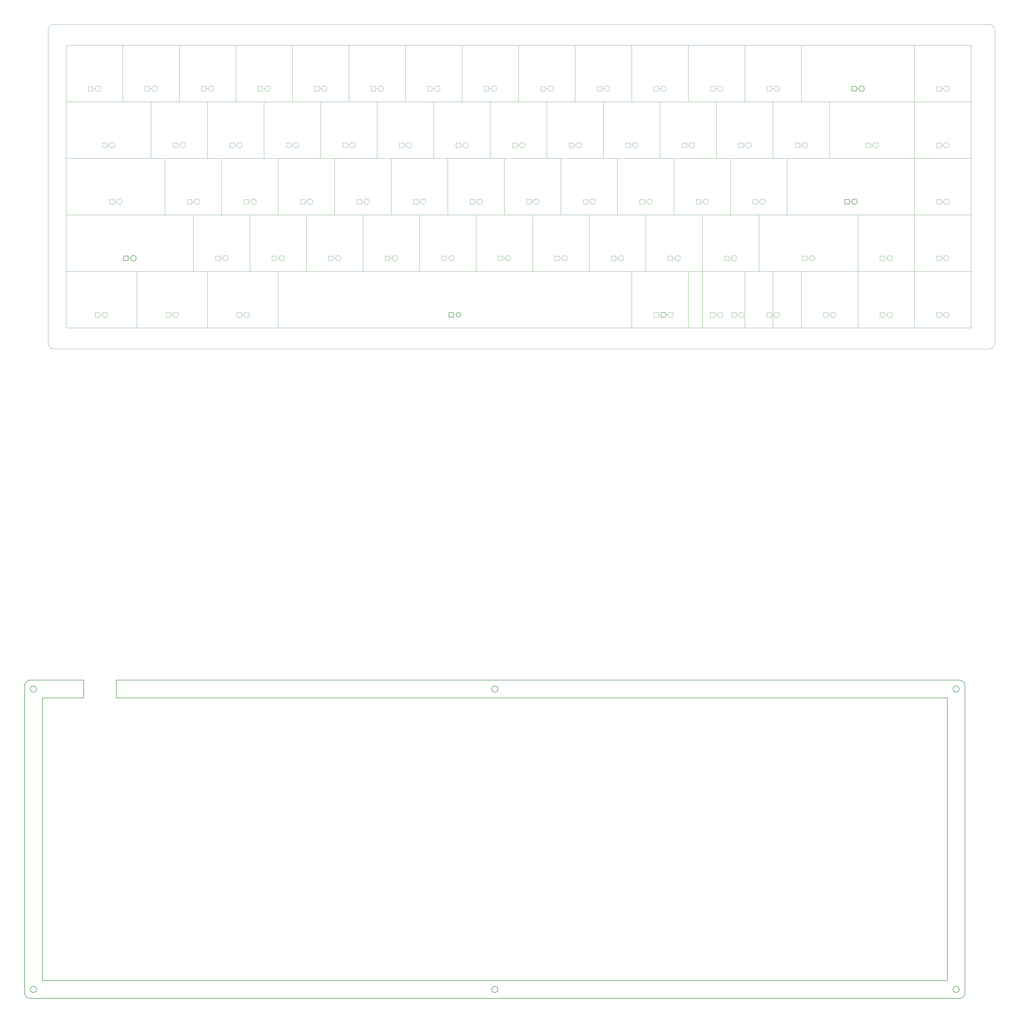
<source format=gbr>
G04 #@! TF.GenerationSoftware,KiCad,Pcbnew,(5.1.5)-3*
G04 #@! TF.CreationDate,2020-04-14T21:23:01-05:00*
G04 #@! TF.ProjectId,Without Led and Usb-c,57697468-6f75-4742-904c-656420616e64,rev?*
G04 #@! TF.SameCoordinates,Original*
G04 #@! TF.FileFunction,OtherDrawing,Comment*
%FSLAX46Y46*%
G04 Gerber Fmt 4.6, Leading zero omitted, Abs format (unit mm)*
G04 Created by KiCad (PCBNEW (5.1.5)-3) date 2020-04-14 21:23:01*
%MOMM*%
%LPD*%
G04 APERTURE LIST*
%ADD10C,0.200000*%
%ADD11C,0.050000*%
%ADD12C,0.100000*%
%ADD13C,0.050800*%
%ADD14C,0.127000*%
G04 APERTURE END LIST*
D10*
X318555500Y-262115000D02*
X318611500Y-262261000D01*
X317474500Y-261033000D02*
X317615500Y-261098000D01*
X317326500Y-260978000D02*
X317474500Y-261033000D01*
X7907550Y-266880000D02*
X7907550Y-362129830D01*
X32807300Y-266880000D02*
X32807300Y-260880000D01*
X312708500Y-266880000D02*
X32807300Y-266880000D01*
X318491500Y-261973000D02*
X318555500Y-262115000D01*
X318413500Y-261835000D02*
X318491500Y-261973000D01*
X318327500Y-261704000D02*
X318413500Y-261835000D01*
X21807800Y-266880000D02*
X7907550Y-266880000D01*
X318123500Y-261466000D02*
X318229500Y-261581000D01*
X318007500Y-261359000D02*
X318123500Y-261466000D01*
X317883500Y-261262000D02*
X318007500Y-261359000D01*
X32807300Y-260880000D02*
X316709500Y-260880000D01*
X317020500Y-260905000D02*
X317175500Y-260935000D01*
X317615500Y-261098000D02*
X317752500Y-261175000D01*
X317175500Y-260935000D02*
X317326500Y-260978000D01*
X316865500Y-260887000D02*
X317020500Y-260905000D01*
X316709500Y-260880000D02*
X316865500Y-260887000D01*
X312708500Y-362129830D02*
X312708500Y-266880000D01*
X7907550Y-362129830D02*
X312708500Y-362129830D01*
X318229500Y-261581000D02*
X318327500Y-261704000D01*
X317752500Y-261175000D02*
X317883500Y-261262000D01*
X5231410Y-364132120D02*
X4907570Y-364081150D01*
X3908500Y-365455050D02*
X4057320Y-365748570D01*
X5756450Y-365748570D02*
X5906659Y-365455050D01*
X3908500Y-263555000D02*
X3857510Y-263880000D01*
X4057320Y-263262000D02*
X3908500Y-263555000D01*
X316557500Y-365748570D02*
X316706500Y-365455050D01*
X4290210Y-263030000D02*
X4057320Y-263262000D01*
X314858500Y-364513860D02*
X314709500Y-364806000D01*
X316326500Y-364280960D02*
X316032500Y-364132120D01*
X315091500Y-364280960D02*
X314858500Y-364513860D01*
X159691500Y-365980080D02*
X159983500Y-366128910D01*
X4582360Y-262881000D02*
X4290210Y-263030000D01*
X160631500Y-366128910D02*
X160924500Y-365980080D01*
X316759500Y-365131210D02*
X316706500Y-364806000D01*
X314709500Y-365455050D02*
X314858500Y-365748570D01*
X4907570Y-366181270D02*
X5231410Y-366128910D01*
X159308500Y-364806000D02*
X159257500Y-365131210D01*
X159983500Y-366128910D02*
X160307500Y-366181270D01*
X159983500Y-364132120D02*
X159691500Y-364280960D01*
X159257500Y-365131210D02*
X159308500Y-365455050D01*
X4057320Y-365748570D02*
X4290210Y-365980080D01*
X159691500Y-364280960D02*
X159458500Y-364513860D01*
X315708500Y-364081150D02*
X315383500Y-364132120D01*
X316032500Y-364132120D02*
X315708500Y-364081150D01*
X316557500Y-364513860D02*
X316326500Y-364280960D01*
X160631500Y-364132120D02*
X160307500Y-364081150D01*
X159308500Y-365455050D02*
X159458500Y-365748570D01*
X316326500Y-365980080D02*
X316557500Y-365748570D01*
X315708500Y-366181270D02*
X316032500Y-366128910D01*
X314709500Y-364806000D02*
X314659500Y-365131210D01*
X5906659Y-365455050D02*
X5957639Y-365131210D01*
X4290210Y-365980080D02*
X4582360Y-366128910D01*
X4582360Y-366128910D02*
X4907570Y-366181270D01*
X161306500Y-364806000D02*
X161156500Y-364513860D01*
X160307500Y-366181270D02*
X160631500Y-366128910D01*
X5524920Y-364280960D02*
X5231410Y-364132120D01*
X5756450Y-364513860D02*
X5524920Y-364280960D01*
X316706500Y-365455050D02*
X316759500Y-365131210D01*
X315383500Y-366128910D02*
X315708500Y-366181270D01*
X315383500Y-364132120D02*
X315091500Y-364280960D01*
X5524920Y-365980080D02*
X5756450Y-365748570D01*
X161357500Y-365131210D02*
X161306500Y-364806000D01*
X161306500Y-365455050D02*
X161357500Y-365131210D01*
X159458500Y-365748570D02*
X159691500Y-365980080D01*
X4907570Y-364081150D02*
X4582360Y-364132120D01*
X4290210Y-264729000D02*
X4582360Y-264879000D01*
X4057320Y-264497000D02*
X4290210Y-264729000D01*
X3908500Y-264204000D02*
X4057320Y-264497000D01*
X315091500Y-365980080D02*
X315383500Y-366128910D01*
X160307500Y-364081150D02*
X159983500Y-364132120D01*
X160924500Y-364280960D02*
X160631500Y-364132120D01*
X5906659Y-364806000D02*
X5756450Y-364513860D01*
X3857510Y-263880000D02*
X3908500Y-264204000D01*
X161156500Y-364513860D02*
X160924500Y-364280960D01*
X3857510Y-365131210D02*
X3908500Y-365455050D01*
X161156500Y-365748570D02*
X161306500Y-365455050D01*
X160924500Y-365980080D02*
X161156500Y-365748570D01*
X5957639Y-365131210D02*
X5906659Y-364806000D01*
X316032500Y-366128910D02*
X316326500Y-365980080D01*
X316706500Y-364806000D02*
X316557500Y-364513860D01*
X314659500Y-365131210D02*
X314709500Y-365455050D01*
X314858500Y-365748570D02*
X315091500Y-365980080D01*
X5231410Y-366128910D02*
X5524920Y-365980080D01*
X159458500Y-364513860D02*
X159308500Y-364806000D01*
X1932389Y-262567000D02*
X1962706Y-262414000D01*
X2125315Y-261973000D02*
X2202485Y-261835000D01*
X1962706Y-262414000D02*
X2005425Y-262261000D01*
X3908500Y-368129819D02*
X3751400Y-368124307D01*
X2202485Y-367174840D02*
X2125315Y-367038410D01*
X318123500Y-367545532D02*
X318007500Y-367651641D01*
X1907584Y-366131660D02*
X1907584Y-262881000D01*
X1932389Y-366443100D02*
X1914475Y-366287380D01*
X3908500Y-260880000D02*
X21807800Y-260880000D01*
X2609005Y-367651641D02*
X2493252Y-367545532D01*
X2862560Y-367836295D02*
X2731652Y-367749480D01*
X2731652Y-261262000D02*
X2862560Y-261175000D01*
X317326500Y-368033356D02*
X317175500Y-368074697D01*
X2387143Y-261581000D02*
X2493252Y-261466000D01*
X3142310Y-261033000D02*
X3288380Y-260978000D01*
X2125315Y-367038410D02*
X2060547Y-366896470D01*
X2731652Y-367749480D02*
X2609005Y-367651641D01*
X317615500Y-367913465D02*
X317474500Y-367978235D01*
X317020500Y-368106392D02*
X316865500Y-368124307D01*
X317474500Y-367978235D02*
X317326500Y-368033356D01*
X3441340Y-368074697D02*
X3288380Y-368033356D01*
X317883500Y-367749480D02*
X317752500Y-367836295D01*
X318007500Y-367651641D02*
X317883500Y-367749480D01*
X3594300Y-368106392D02*
X3441340Y-368074697D01*
X318491500Y-367038410D02*
X318413500Y-367174840D01*
X317752500Y-367836295D02*
X317615500Y-367913465D01*
X1962706Y-366597440D02*
X1932389Y-366443100D01*
X2493252Y-367545532D02*
X2387143Y-367429775D01*
X2005425Y-366749020D02*
X1962706Y-366597440D01*
X3908500Y-364806000D02*
X3857510Y-365131210D01*
X4057320Y-364513860D02*
X3908500Y-364806000D01*
X4290210Y-364280960D02*
X4057320Y-364513860D01*
X3751400Y-260887000D02*
X3908500Y-260880000D01*
X2060547Y-262115000D02*
X2125315Y-261973000D01*
X3000370Y-367913465D02*
X2862560Y-367836295D01*
X4582360Y-364132120D02*
X4290210Y-364280960D01*
X3594300Y-260905000D02*
X3751400Y-260887000D01*
X3441340Y-260935000D02*
X3594300Y-260905000D01*
X2609005Y-261359000D02*
X2731652Y-261262000D01*
X2202485Y-261835000D02*
X2289300Y-261704000D01*
X2005425Y-262261000D02*
X2060547Y-262115000D01*
X1914475Y-262724000D02*
X1932389Y-262567000D01*
X2060547Y-366896470D02*
X2005425Y-366749020D01*
X3751400Y-368124307D02*
X3594300Y-368106392D01*
X316709500Y-368129819D02*
X3908500Y-368129819D01*
X318555500Y-366896470D02*
X318491500Y-367038410D01*
X2289300Y-367305750D02*
X2202485Y-367174840D01*
X3142310Y-367978235D02*
X3000370Y-367913465D01*
X3288380Y-368033356D02*
X3142310Y-367978235D01*
X316865500Y-368124307D02*
X316709500Y-368129819D01*
X2493252Y-261466000D02*
X2609005Y-261359000D01*
X3000370Y-261098000D02*
X3142310Y-261033000D01*
X318229500Y-367429775D02*
X318123500Y-367545532D01*
X2862560Y-261175000D02*
X3000370Y-261098000D01*
X318611500Y-366749020D02*
X318555500Y-366896470D01*
X2387143Y-367429775D02*
X2289300Y-367305750D01*
X318413500Y-367174840D02*
X318327500Y-367305750D01*
X1907584Y-262881000D02*
X1914475Y-262724000D01*
X2289300Y-261704000D02*
X2387143Y-261581000D01*
X1914475Y-366287380D02*
X1907584Y-366131660D01*
X317175500Y-368074697D02*
X317020500Y-368106392D01*
X318327500Y-367305750D02*
X318229500Y-367429775D01*
X3288380Y-260978000D02*
X3441340Y-260935000D01*
X21807800Y-260880000D02*
X21807800Y-266880000D01*
X318611500Y-262261000D02*
X318652500Y-262414000D01*
X318652500Y-366597440D02*
X318611500Y-366749020D01*
X318684500Y-366443100D02*
X318652500Y-366597440D01*
X318708500Y-262881000D02*
X318708500Y-366130290D01*
X318702500Y-366287380D02*
X318684500Y-366443100D01*
X318708500Y-366130290D02*
X318702500Y-366287380D01*
X318702500Y-262724000D02*
X318708500Y-262881000D01*
X318684500Y-262567000D02*
X318702500Y-262724000D01*
X318652500Y-262414000D02*
X318684500Y-262567000D01*
X5524920Y-264729000D02*
X5756450Y-264497000D01*
X159308500Y-263555000D02*
X159257500Y-263880000D01*
X5756450Y-263262000D02*
X5524920Y-263030000D01*
X161156500Y-263262000D02*
X160924500Y-263030000D01*
X160307500Y-262830000D02*
X159983500Y-262881000D01*
X161306500Y-263555000D02*
X161156500Y-263262000D01*
X316706500Y-263555000D02*
X316557500Y-263262000D01*
X160307500Y-264930000D02*
X160631500Y-264879000D01*
X5906659Y-264204000D02*
X5957639Y-263880000D01*
X314659500Y-263880000D02*
X314709500Y-264204000D01*
X5524920Y-263030000D02*
X5231410Y-262881000D01*
X159691500Y-264729000D02*
X159983500Y-264879000D01*
X316326500Y-263030000D02*
X316032500Y-262881000D01*
X5957639Y-263880000D02*
X5906659Y-263555000D01*
X315708500Y-264930000D02*
X316032500Y-264879000D01*
X159458500Y-264497000D02*
X159691500Y-264729000D01*
X159691500Y-263030000D02*
X159458500Y-263262000D01*
X159983500Y-262881000D02*
X159691500Y-263030000D01*
X314858500Y-263262000D02*
X314709500Y-263555000D01*
X316032500Y-262881000D02*
X315708500Y-262830000D01*
X315383500Y-262881000D02*
X315091500Y-263030000D01*
X316557500Y-263262000D02*
X316326500Y-263030000D01*
X316032500Y-264879000D02*
X316326500Y-264729000D01*
X314709500Y-263555000D02*
X314659500Y-263880000D01*
X4907570Y-264930000D02*
X5231410Y-264879000D01*
X316706500Y-264204000D02*
X316759500Y-263880000D01*
X314709500Y-264204000D02*
X314858500Y-264497000D01*
X315091500Y-263030000D02*
X314858500Y-263262000D01*
X4907570Y-262830000D02*
X4582360Y-262881000D01*
X159308500Y-264204000D02*
X159458500Y-264497000D01*
X160631500Y-262881000D02*
X160307500Y-262830000D01*
X160924500Y-263030000D02*
X160631500Y-262881000D01*
X161357500Y-263880000D02*
X161306500Y-263555000D01*
X161156500Y-264497000D02*
X161306500Y-264204000D01*
X5231410Y-264879000D02*
X5524920Y-264729000D01*
X5231410Y-262881000D02*
X4907570Y-262830000D01*
X160631500Y-264879000D02*
X160924500Y-264729000D01*
X316557500Y-264497000D02*
X316706500Y-264204000D01*
X315708500Y-262830000D02*
X315383500Y-262881000D01*
X161306500Y-264204000D02*
X161357500Y-263880000D01*
X159458500Y-263262000D02*
X159308500Y-263555000D01*
X316326500Y-264729000D02*
X316557500Y-264497000D01*
X315091500Y-264729000D02*
X315383500Y-264879000D01*
X5906659Y-263555000D02*
X5756450Y-263262000D01*
X160924500Y-264729000D02*
X161156500Y-264497000D01*
X159983500Y-264879000D02*
X160307500Y-264930000D01*
X4582360Y-264879000D02*
X4907570Y-264930000D01*
X316759500Y-263880000D02*
X316706500Y-263555000D01*
X5756450Y-264497000D02*
X5906659Y-264204000D01*
X159257500Y-263880000D02*
X159308500Y-264204000D01*
X315383500Y-264879000D02*
X315708500Y-264930000D01*
X314858500Y-264497000D02*
X315091500Y-264729000D01*
D11*
X9820000Y-147280000D02*
X9819976Y-41880000D01*
X326720000Y-39879976D02*
G75*
G02X328720024Y-41880000I0J-2000024D01*
G01*
X328720000Y-147280000D02*
G75*
G02X326720000Y-149280000I-2000000J0D01*
G01*
X11820000Y-149280000D02*
G75*
G02X9820000Y-147280000I0J2000000D01*
G01*
X9819976Y-41880000D02*
G75*
G02X11820000Y-39879976I2000024J0D01*
G01*
X11820000Y-39879976D02*
X15820000Y-39880000D01*
X326720000Y-149280000D02*
X11820000Y-149280000D01*
X328720024Y-41880000D02*
X328720000Y-147280000D01*
X15820000Y-39880000D02*
X326720000Y-39879976D01*
X27781250Y-137628000D02*
X27781250Y-137882000D01*
X27908250Y-137755000D02*
X27654250Y-137755000D01*
D12*
X27273250Y-136993000D02*
X27273250Y-138517000D01*
X25749250Y-138517000D02*
X27273250Y-138517000D01*
X25749250Y-138517000D02*
X25749250Y-136993000D01*
X27273250Y-136993000D02*
X25749250Y-136993000D01*
X29967060Y-137755000D02*
G75*
G03X29967060Y-137755000I-915810J0D01*
G01*
X39687500Y-123150000D02*
X15875000Y-123150000D01*
X39687500Y-142200000D02*
X39687500Y-123150000D01*
X15875000Y-142200000D02*
X39687500Y-142200000D01*
X15875000Y-123150000D02*
X15875000Y-142200000D01*
D11*
X311150000Y-61428000D02*
X311150000Y-61682000D01*
X311277000Y-61555000D02*
X311023000Y-61555000D01*
D12*
X310642000Y-60793000D02*
X310642000Y-62317000D01*
X309118000Y-62317000D02*
X310642000Y-62317000D01*
X309118000Y-62317000D02*
X309118000Y-60793000D01*
X310642000Y-60793000D02*
X309118000Y-60793000D01*
X313335810Y-61555000D02*
G75*
G03X313335810Y-61555000I-915810J0D01*
G01*
X320675000Y-46950000D02*
X301625000Y-46950000D01*
X320675000Y-66000000D02*
X320675000Y-46950000D01*
X301625000Y-66000000D02*
X320675000Y-66000000D01*
X301625000Y-46950000D02*
X301625000Y-66000000D01*
D11*
X51593750Y-137628000D02*
X51593750Y-137882000D01*
X51720750Y-137755000D02*
X51466750Y-137755000D01*
D12*
X51085750Y-136993000D02*
X51085750Y-138517000D01*
X49561750Y-138517000D02*
X51085750Y-138517000D01*
X49561750Y-138517000D02*
X49561750Y-136993000D01*
X51085750Y-136993000D02*
X49561750Y-136993000D01*
X53779560Y-137755000D02*
G75*
G03X53779560Y-137755000I-915810J0D01*
G01*
X63500000Y-123150000D02*
X39687500Y-123150000D01*
X63500000Y-142200000D02*
X63500000Y-123150000D01*
X39687500Y-142200000D02*
X63500000Y-142200000D01*
X39687500Y-123150000D02*
X39687500Y-142200000D01*
D11*
X234950000Y-137628000D02*
X234950000Y-137882000D01*
X235077000Y-137755000D02*
X234823000Y-137755000D01*
D12*
X234442000Y-136993000D02*
X234442000Y-138517000D01*
X232918000Y-138517000D02*
X234442000Y-138517000D01*
X232918000Y-138517000D02*
X232918000Y-136993000D01*
X234442000Y-136993000D02*
X232918000Y-136993000D01*
X237135810Y-137755000D02*
G75*
G03X237135810Y-137755000I-915810J0D01*
G01*
X244475000Y-123150000D02*
X225425000Y-123150000D01*
X244475000Y-142200000D02*
X244475000Y-123150000D01*
X225425000Y-142200000D02*
X244475000Y-142200000D01*
X225425000Y-123150000D02*
X225425000Y-142200000D01*
D11*
X215900000Y-137628000D02*
X215900000Y-137882000D01*
X216027000Y-137755000D02*
X215773000Y-137755000D01*
D12*
X215392000Y-136993000D02*
X215392000Y-138517000D01*
X213868000Y-138517000D02*
X215392000Y-138517000D01*
X213868000Y-138517000D02*
X213868000Y-136993000D01*
X215392000Y-136993000D02*
X213868000Y-136993000D01*
X218085810Y-137755000D02*
G75*
G03X218085810Y-137755000I-915810J0D01*
G01*
X225425000Y-123150000D02*
X206375000Y-123150000D01*
X225425000Y-142200000D02*
X225425000Y-123150000D01*
X206375000Y-142200000D02*
X225425000Y-142200000D01*
X206375000Y-123150000D02*
X206375000Y-142200000D01*
D11*
X254000000Y-137628000D02*
X254000000Y-137882000D01*
X254127000Y-137755000D02*
X253873000Y-137755000D01*
D12*
X253492000Y-136993000D02*
X253492000Y-138517000D01*
X251968000Y-138517000D02*
X253492000Y-138517000D01*
X251968000Y-138517000D02*
X251968000Y-136993000D01*
X253492000Y-136993000D02*
X251968000Y-136993000D01*
X256185810Y-137755000D02*
G75*
G03X256185810Y-137755000I-915810J0D01*
G01*
X263525000Y-123150000D02*
X244475000Y-123150000D01*
X263525000Y-142200000D02*
X263525000Y-123150000D01*
X244475000Y-142200000D02*
X263525000Y-142200000D01*
X244475000Y-123150000D02*
X244475000Y-142200000D01*
D11*
X87312500Y-118578000D02*
X87312500Y-118832000D01*
X87439500Y-118705000D02*
X87185500Y-118705000D01*
D12*
X86804500Y-117943000D02*
X86804500Y-119467000D01*
X85280500Y-119467000D02*
X86804500Y-119467000D01*
X85280500Y-119467000D02*
X85280500Y-117943000D01*
X86804500Y-117943000D02*
X85280500Y-117943000D01*
X89498310Y-118705000D02*
G75*
G03X89498310Y-118705000I-915810J0D01*
G01*
X96837500Y-104100000D02*
X77787500Y-104100000D01*
X96837500Y-123150000D02*
X96837500Y-104100000D01*
X77787500Y-123150000D02*
X96837500Y-123150000D01*
X77787500Y-104100000D02*
X77787500Y-123150000D01*
D11*
X73025000Y-80478000D02*
X73025000Y-80732000D01*
X73152000Y-80605000D02*
X72898000Y-80605000D01*
D12*
X72517000Y-79843000D02*
X72517000Y-81367000D01*
X70993000Y-81367000D02*
X72517000Y-81367000D01*
X70993000Y-81367000D02*
X70993000Y-79843000D01*
X72517000Y-79843000D02*
X70993000Y-79843000D01*
X75210810Y-80605000D02*
G75*
G03X75210810Y-80605000I-915810J0D01*
G01*
X82550000Y-66000000D02*
X63500000Y-66000000D01*
X82550000Y-85050000D02*
X82550000Y-66000000D01*
X63500000Y-85050000D02*
X82550000Y-85050000D01*
X63500000Y-66000000D02*
X63500000Y-85050000D01*
X242220750Y-137755000D02*
X241966750Y-137755000D01*
X242093750Y-137628000D02*
X242093750Y-137882000D01*
X241585750Y-138517000D02*
X241585750Y-136993000D01*
X240061750Y-138517000D02*
X241585750Y-138517000D01*
X240061750Y-136993000D02*
X240061750Y-138517000D01*
X241585750Y-136993000D02*
X240061750Y-136993000D01*
X244279560Y-137755000D02*
G75*
G03X244279560Y-137755000I-915810J0D01*
G01*
X230187500Y-123150000D02*
X230187500Y-142200000D01*
X254000000Y-123150000D02*
X254000000Y-142200000D01*
X254000000Y-142200000D02*
X230187500Y-142200000D01*
X254000000Y-123150000D02*
X230187500Y-123150000D01*
X218408250Y-137755000D02*
X218154250Y-137755000D01*
X218281250Y-137628000D02*
X218281250Y-137882000D01*
X217773250Y-138517000D02*
X217773250Y-136993000D01*
X216249250Y-138517000D02*
X217773250Y-138517000D01*
X216249250Y-136993000D02*
X216249250Y-138517000D01*
X217773250Y-136993000D02*
X216249250Y-136993000D01*
X220467060Y-137755000D02*
G75*
G03X220467060Y-137755000I-915810J0D01*
G01*
X206375000Y-123150000D02*
X206375000Y-142200000D01*
X230187500Y-123150000D02*
X230187500Y-142200000D01*
X230187500Y-142200000D02*
X206375000Y-142200000D01*
X230187500Y-123150000D02*
X206375000Y-123150000D01*
D13*
X37306250Y-118578000D02*
X37306250Y-118832000D01*
X37433250Y-118705000D02*
X37179250Y-118705000D01*
D14*
X35274250Y-119467000D02*
X35274250Y-117943000D01*
X36798250Y-119467000D02*
X35274250Y-119467000D01*
X36798250Y-117943000D02*
X36798250Y-119467000D01*
X36798250Y-117943000D02*
X35274250Y-117943000D01*
X39492060Y-118705000D02*
G75*
G03X39492060Y-118705000I-915810J0D01*
G01*
D12*
X15875000Y-123150000D02*
X58737500Y-123150000D01*
X15875000Y-104100000D02*
X15875000Y-123150000D01*
X58737500Y-104100000D02*
X58737500Y-123150000D01*
X15875000Y-104100000D02*
X58737500Y-104100000D01*
D11*
X32543750Y-99528000D02*
X32543750Y-99782000D01*
X32670750Y-99655000D02*
X32416750Y-99655000D01*
D12*
X32035750Y-98893000D02*
X32035750Y-100417000D01*
X30511750Y-100417000D02*
X32035750Y-100417000D01*
X30511750Y-100417000D02*
X30511750Y-98893000D01*
X32035750Y-98893000D02*
X30511750Y-98893000D01*
X34729560Y-99655000D02*
G75*
G03X34729560Y-99655000I-915810J0D01*
G01*
X15875000Y-85050000D02*
X49212500Y-85050000D01*
X49212500Y-104100000D02*
X49212500Y-85050000D01*
X15875000Y-104100000D02*
X49212500Y-104100000D01*
X15875000Y-85050000D02*
X15875000Y-104100000D01*
D11*
X30162500Y-80478000D02*
X30162500Y-80732000D01*
X30289500Y-80605000D02*
X30035500Y-80605000D01*
D12*
X29654500Y-79843000D02*
X29654500Y-81367000D01*
X28130500Y-81367000D02*
X29654500Y-81367000D01*
X28130500Y-81367000D02*
X28130500Y-79843000D01*
X29654500Y-79843000D02*
X28130500Y-79843000D01*
X32348310Y-80605000D02*
G75*
G03X32348310Y-80605000I-915810J0D01*
G01*
X15875000Y-66000000D02*
X44450000Y-66000000D01*
X44450000Y-85050000D02*
X44450000Y-66000000D01*
X15875000Y-85050000D02*
X44450000Y-85050000D01*
X15875000Y-66000000D02*
X15875000Y-85050000D01*
D11*
X25400000Y-61428000D02*
X25400000Y-61682000D01*
X25527000Y-61555000D02*
X25273000Y-61555000D01*
D12*
X24892000Y-60793000D02*
X24892000Y-62317000D01*
X23368000Y-62317000D02*
X24892000Y-62317000D01*
X23368000Y-62317000D02*
X23368000Y-60793000D01*
X24892000Y-60793000D02*
X23368000Y-60793000D01*
X27585810Y-61555000D02*
G75*
G03X27585810Y-61555000I-915810J0D01*
G01*
X34925000Y-46950000D02*
X15875000Y-46950000D01*
X34925000Y-66000000D02*
X34925000Y-46950000D01*
X15875000Y-66000000D02*
X34925000Y-66000000D01*
X15875000Y-46950000D02*
X15875000Y-66000000D01*
D11*
X173037500Y-99528000D02*
X173037500Y-99782000D01*
X173164500Y-99655000D02*
X172910500Y-99655000D01*
D12*
X172529500Y-98893000D02*
X172529500Y-100417000D01*
X171005500Y-100417000D02*
X172529500Y-100417000D01*
X171005500Y-100417000D02*
X171005500Y-98893000D01*
X172529500Y-98893000D02*
X171005500Y-98893000D01*
X175223310Y-99655000D02*
G75*
G03X175223310Y-99655000I-915810J0D01*
G01*
X182562500Y-85050000D02*
X163512500Y-85050000D01*
X182562500Y-104100000D02*
X182562500Y-85050000D01*
X163512500Y-104100000D02*
X182562500Y-104100000D01*
X163512500Y-85050000D02*
X163512500Y-104100000D01*
D11*
X149225000Y-80478000D02*
X149225000Y-80732000D01*
X149352000Y-80605000D02*
X149098000Y-80605000D01*
D12*
X148717000Y-79843000D02*
X148717000Y-81367000D01*
X147193000Y-81367000D02*
X148717000Y-81367000D01*
X147193000Y-81367000D02*
X147193000Y-79843000D01*
X148717000Y-79843000D02*
X147193000Y-79843000D01*
X151410810Y-80605000D02*
G75*
G03X151410810Y-80605000I-915810J0D01*
G01*
X158750000Y-66000000D02*
X139700000Y-66000000D01*
X158750000Y-85050000D02*
X158750000Y-66000000D01*
X139700000Y-85050000D02*
X158750000Y-85050000D01*
X139700000Y-66000000D02*
X139700000Y-85050000D01*
D11*
X153987500Y-99528000D02*
X153987500Y-99782000D01*
X154114500Y-99655000D02*
X153860500Y-99655000D01*
D12*
X153479500Y-98893000D02*
X153479500Y-100417000D01*
X151955500Y-100417000D02*
X153479500Y-100417000D01*
X151955500Y-100417000D02*
X151955500Y-98893000D01*
X153479500Y-98893000D02*
X151955500Y-98893000D01*
X156173310Y-99655000D02*
G75*
G03X156173310Y-99655000I-915810J0D01*
G01*
X163512500Y-85050000D02*
X144462500Y-85050000D01*
X163512500Y-104100000D02*
X163512500Y-85050000D01*
X144462500Y-104100000D02*
X163512500Y-104100000D01*
X144462500Y-85050000D02*
X144462500Y-104100000D01*
D11*
X230187500Y-99528000D02*
X230187500Y-99782000D01*
X230314500Y-99655000D02*
X230060500Y-99655000D01*
D12*
X229679500Y-98893000D02*
X229679500Y-100417000D01*
X228155500Y-100417000D02*
X229679500Y-100417000D01*
X228155500Y-100417000D02*
X228155500Y-98893000D01*
X229679500Y-98893000D02*
X228155500Y-98893000D01*
X232373310Y-99655000D02*
G75*
G03X232373310Y-99655000I-915810J0D01*
G01*
X239712500Y-85050000D02*
X220662500Y-85050000D01*
X239712500Y-104100000D02*
X239712500Y-85050000D01*
X220662500Y-104100000D02*
X239712500Y-104100000D01*
X220662500Y-85050000D02*
X220662500Y-104100000D01*
D11*
X311150000Y-80478000D02*
X311150000Y-80732000D01*
X311277000Y-80605000D02*
X311023000Y-80605000D01*
D12*
X310642000Y-79843000D02*
X310642000Y-81367000D01*
X309118000Y-81367000D02*
X310642000Y-81367000D01*
X309118000Y-81367000D02*
X309118000Y-79843000D01*
X310642000Y-79843000D02*
X309118000Y-79843000D01*
X313335810Y-80605000D02*
G75*
G03X313335810Y-80605000I-915810J0D01*
G01*
X320675000Y-66000000D02*
X301625000Y-66000000D01*
X320675000Y-85050000D02*
X320675000Y-66000000D01*
X301625000Y-85050000D02*
X320675000Y-85050000D01*
X301625000Y-66000000D02*
X301625000Y-85050000D01*
D11*
X311150000Y-137628000D02*
X311150000Y-137882000D01*
X311277000Y-137755000D02*
X311023000Y-137755000D01*
D12*
X310642000Y-136993000D02*
X310642000Y-138517000D01*
X309118000Y-138517000D02*
X310642000Y-138517000D01*
X309118000Y-138517000D02*
X309118000Y-136993000D01*
X310642000Y-136993000D02*
X309118000Y-136993000D01*
X313335810Y-137755000D02*
G75*
G03X313335810Y-137755000I-915810J0D01*
G01*
X320675000Y-123150000D02*
X301625000Y-123150000D01*
X320675000Y-142200000D02*
X320675000Y-123150000D01*
X301625000Y-142200000D02*
X320675000Y-142200000D01*
X301625000Y-123150000D02*
X301625000Y-142200000D01*
D11*
X311150000Y-118578000D02*
X311150000Y-118832000D01*
X311277000Y-118705000D02*
X311023000Y-118705000D01*
D12*
X310642000Y-117943000D02*
X310642000Y-119467000D01*
X309118000Y-119467000D02*
X310642000Y-119467000D01*
X309118000Y-119467000D02*
X309118000Y-117943000D01*
X310642000Y-117943000D02*
X309118000Y-117943000D01*
X313335810Y-118705000D02*
G75*
G03X313335810Y-118705000I-915810J0D01*
G01*
X320675000Y-104100000D02*
X301625000Y-104100000D01*
X320675000Y-123150000D02*
X320675000Y-104100000D01*
X301625000Y-123150000D02*
X320675000Y-123150000D01*
X301625000Y-104100000D02*
X301625000Y-123150000D01*
D11*
X311150000Y-99528000D02*
X311150000Y-99782000D01*
X311277000Y-99655000D02*
X311023000Y-99655000D01*
D12*
X310642000Y-98893000D02*
X310642000Y-100417000D01*
X309118000Y-100417000D02*
X310642000Y-100417000D01*
X309118000Y-100417000D02*
X309118000Y-98893000D01*
X310642000Y-98893000D02*
X309118000Y-98893000D01*
X313335810Y-99655000D02*
G75*
G03X313335810Y-99655000I-915810J0D01*
G01*
X320675000Y-85050000D02*
X301625000Y-85050000D01*
X320675000Y-104100000D02*
X320675000Y-85050000D01*
X301625000Y-104100000D02*
X320675000Y-104100000D01*
X301625000Y-85050000D02*
X301625000Y-104100000D01*
D11*
X287337500Y-80478000D02*
X287337500Y-80732000D01*
X287464500Y-80605000D02*
X287210500Y-80605000D01*
D12*
X286829500Y-79843000D02*
X286829500Y-81367000D01*
X285305500Y-81367000D02*
X286829500Y-81367000D01*
X285305500Y-81367000D02*
X285305500Y-79843000D01*
X286829500Y-79843000D02*
X285305500Y-79843000D01*
X289523310Y-80605000D02*
G75*
G03X289523310Y-80605000I-915810J0D01*
G01*
X273050000Y-66000000D02*
X301625000Y-66000000D01*
X301625000Y-85050000D02*
X301625000Y-66000000D01*
X273050000Y-85050000D02*
X301625000Y-85050000D01*
X273050000Y-66000000D02*
X273050000Y-85050000D01*
D13*
X282575000Y-61428000D02*
X282575000Y-61682000D01*
X282702000Y-61555000D02*
X282448000Y-61555000D01*
D14*
X280543000Y-62317000D02*
X280543000Y-60793000D01*
X282067000Y-62317000D02*
X280543000Y-62317000D01*
X282067000Y-60793000D02*
X282067000Y-62317000D01*
X282067000Y-60793000D02*
X280543000Y-60793000D01*
X284760810Y-61555000D02*
G75*
G03X284760810Y-61555000I-915810J0D01*
G01*
D12*
X301625000Y-66000000D02*
X263525000Y-66000000D01*
X263525000Y-46950000D02*
X263525000Y-66000000D01*
X301625000Y-46950000D02*
X301625000Y-66000000D01*
X301625000Y-46950000D02*
X263525000Y-46950000D01*
D11*
X292100000Y-137628000D02*
X292100000Y-137882000D01*
X292227000Y-137755000D02*
X291973000Y-137755000D01*
D12*
X291592000Y-136993000D02*
X291592000Y-138517000D01*
X290068000Y-138517000D02*
X291592000Y-138517000D01*
X290068000Y-138517000D02*
X290068000Y-136993000D01*
X291592000Y-136993000D02*
X290068000Y-136993000D01*
X294285810Y-137755000D02*
G75*
G03X294285810Y-137755000I-915810J0D01*
G01*
X301625000Y-123150000D02*
X282575000Y-123150000D01*
X301625000Y-142200000D02*
X301625000Y-123150000D01*
X282575000Y-142200000D02*
X301625000Y-142200000D01*
X282575000Y-123150000D02*
X282575000Y-142200000D01*
D11*
X292100000Y-118578000D02*
X292100000Y-118832000D01*
X292227000Y-118705000D02*
X291973000Y-118705000D01*
D12*
X291592000Y-117943000D02*
X291592000Y-119467000D01*
X290068000Y-119467000D02*
X291592000Y-119467000D01*
X290068000Y-119467000D02*
X290068000Y-117943000D01*
X291592000Y-117943000D02*
X290068000Y-117943000D01*
X294285810Y-118705000D02*
G75*
G03X294285810Y-118705000I-915810J0D01*
G01*
X301625000Y-104100000D02*
X282575000Y-104100000D01*
X301625000Y-123150000D02*
X301625000Y-104100000D01*
X282575000Y-123150000D02*
X301625000Y-123150000D01*
X282575000Y-104100000D02*
X282575000Y-123150000D01*
D13*
X280193750Y-99528000D02*
X280193750Y-99782000D01*
X280320750Y-99655000D02*
X280066750Y-99655000D01*
D14*
X278161750Y-100417000D02*
X278161750Y-98893000D01*
X279685750Y-100417000D02*
X278161750Y-100417000D01*
X279685750Y-98893000D02*
X279685750Y-100417000D01*
X279685750Y-98893000D02*
X278161750Y-98893000D01*
X282379560Y-99655000D02*
G75*
G03X282379560Y-99655000I-915810J0D01*
G01*
D12*
X258762500Y-104100000D02*
X301625000Y-104100000D01*
X258762500Y-85050000D02*
X258762500Y-104100000D01*
X301625000Y-85050000D02*
X301625000Y-104100000D01*
X258762500Y-85050000D02*
X301625000Y-85050000D01*
D11*
X263525000Y-80478000D02*
X263525000Y-80732000D01*
X263652000Y-80605000D02*
X263398000Y-80605000D01*
D12*
X263017000Y-79843000D02*
X263017000Y-81367000D01*
X261493000Y-81367000D02*
X263017000Y-81367000D01*
X261493000Y-81367000D02*
X261493000Y-79843000D01*
X263017000Y-79843000D02*
X261493000Y-79843000D01*
X265710810Y-80605000D02*
G75*
G03X265710810Y-80605000I-915810J0D01*
G01*
X273050000Y-66000000D02*
X254000000Y-66000000D01*
X273050000Y-85050000D02*
X273050000Y-66000000D01*
X254000000Y-85050000D02*
X273050000Y-85050000D01*
X254000000Y-66000000D02*
X254000000Y-85050000D01*
D11*
X254000000Y-61428000D02*
X254000000Y-61682000D01*
X254127000Y-61555000D02*
X253873000Y-61555000D01*
D12*
X253492000Y-60793000D02*
X253492000Y-62317000D01*
X251968000Y-62317000D02*
X253492000Y-62317000D01*
X251968000Y-62317000D02*
X251968000Y-60793000D01*
X253492000Y-60793000D02*
X251968000Y-60793000D01*
X256185810Y-61555000D02*
G75*
G03X256185810Y-61555000I-915810J0D01*
G01*
X263525000Y-46950000D02*
X244475000Y-46950000D01*
X263525000Y-66000000D02*
X263525000Y-46950000D01*
X244475000Y-66000000D02*
X263525000Y-66000000D01*
X244475000Y-46950000D02*
X244475000Y-66000000D01*
D11*
X273050000Y-137628000D02*
X273050000Y-137882000D01*
X273177000Y-137755000D02*
X272923000Y-137755000D01*
D12*
X272542000Y-136993000D02*
X272542000Y-138517000D01*
X271018000Y-138517000D02*
X272542000Y-138517000D01*
X271018000Y-138517000D02*
X271018000Y-136993000D01*
X272542000Y-136993000D02*
X271018000Y-136993000D01*
X275235810Y-137755000D02*
G75*
G03X275235810Y-137755000I-915810J0D01*
G01*
X282575000Y-123150000D02*
X263525000Y-123150000D01*
X282575000Y-142200000D02*
X282575000Y-123150000D01*
X263525000Y-142200000D02*
X282575000Y-142200000D01*
X263525000Y-123150000D02*
X263525000Y-142200000D01*
D11*
X265906250Y-118578000D02*
X265906250Y-118832000D01*
X266033250Y-118705000D02*
X265779250Y-118705000D01*
D12*
X265398250Y-117943000D02*
X265398250Y-119467000D01*
X263874250Y-119467000D02*
X265398250Y-119467000D01*
X263874250Y-119467000D02*
X263874250Y-117943000D01*
X265398250Y-117943000D02*
X263874250Y-117943000D01*
X268092060Y-118705000D02*
G75*
G03X268092060Y-118705000I-915810J0D01*
G01*
X249237500Y-104100000D02*
X282575000Y-104100000D01*
X282575000Y-123150000D02*
X282575000Y-104100000D01*
X249237500Y-123150000D02*
X282575000Y-123150000D01*
X249237500Y-104100000D02*
X249237500Y-123150000D01*
D11*
X249237500Y-99528000D02*
X249237500Y-99782000D01*
X249364500Y-99655000D02*
X249110500Y-99655000D01*
D12*
X248729500Y-98893000D02*
X248729500Y-100417000D01*
X247205500Y-100417000D02*
X248729500Y-100417000D01*
X247205500Y-100417000D02*
X247205500Y-98893000D01*
X248729500Y-98893000D02*
X247205500Y-98893000D01*
X251423310Y-99655000D02*
G75*
G03X251423310Y-99655000I-915810J0D01*
G01*
X258762500Y-85050000D02*
X239712500Y-85050000D01*
X258762500Y-104100000D02*
X258762500Y-85050000D01*
X239712500Y-104100000D02*
X258762500Y-104100000D01*
X239712500Y-85050000D02*
X239712500Y-104100000D01*
D11*
X244475000Y-80478000D02*
X244475000Y-80732000D01*
X244602000Y-80605000D02*
X244348000Y-80605000D01*
D12*
X243967000Y-79843000D02*
X243967000Y-81367000D01*
X242443000Y-81367000D02*
X243967000Y-81367000D01*
X242443000Y-81367000D02*
X242443000Y-79843000D01*
X243967000Y-79843000D02*
X242443000Y-79843000D01*
X246660810Y-80605000D02*
G75*
G03X246660810Y-80605000I-915810J0D01*
G01*
X254000000Y-66000000D02*
X234950000Y-66000000D01*
X254000000Y-85050000D02*
X254000000Y-66000000D01*
X234950000Y-85050000D02*
X254000000Y-85050000D01*
X234950000Y-66000000D02*
X234950000Y-85050000D01*
D11*
X234950000Y-61428000D02*
X234950000Y-61682000D01*
X235077000Y-61555000D02*
X234823000Y-61555000D01*
D12*
X234442000Y-60793000D02*
X234442000Y-62317000D01*
X232918000Y-62317000D02*
X234442000Y-62317000D01*
X232918000Y-62317000D02*
X232918000Y-60793000D01*
X234442000Y-60793000D02*
X232918000Y-60793000D01*
X237135810Y-61555000D02*
G75*
G03X237135810Y-61555000I-915810J0D01*
G01*
X244475000Y-46950000D02*
X225425000Y-46950000D01*
X244475000Y-66000000D02*
X244475000Y-46950000D01*
X225425000Y-66000000D02*
X244475000Y-66000000D01*
X225425000Y-46950000D02*
X225425000Y-66000000D01*
D11*
X239712500Y-118578000D02*
X239712500Y-118832000D01*
X239839500Y-118705000D02*
X239585500Y-118705000D01*
D12*
X239204500Y-117943000D02*
X239204500Y-119467000D01*
X237680500Y-119467000D02*
X239204500Y-119467000D01*
X237680500Y-119467000D02*
X237680500Y-117943000D01*
X239204500Y-117943000D02*
X237680500Y-117943000D01*
X241898310Y-118705000D02*
G75*
G03X241898310Y-118705000I-915810J0D01*
G01*
X249237500Y-104100000D02*
X230187500Y-104100000D01*
X249237500Y-123150000D02*
X249237500Y-104100000D01*
X230187500Y-123150000D02*
X249237500Y-123150000D01*
X230187500Y-104100000D02*
X230187500Y-123150000D01*
D11*
X225425000Y-80478000D02*
X225425000Y-80732000D01*
X225552000Y-80605000D02*
X225298000Y-80605000D01*
D12*
X224917000Y-79843000D02*
X224917000Y-81367000D01*
X223393000Y-81367000D02*
X224917000Y-81367000D01*
X223393000Y-81367000D02*
X223393000Y-79843000D01*
X224917000Y-79843000D02*
X223393000Y-79843000D01*
X227610810Y-80605000D02*
G75*
G03X227610810Y-80605000I-915810J0D01*
G01*
X234950000Y-66000000D02*
X215900000Y-66000000D01*
X234950000Y-85050000D02*
X234950000Y-66000000D01*
X215900000Y-85050000D02*
X234950000Y-85050000D01*
X215900000Y-66000000D02*
X215900000Y-85050000D01*
D11*
X215900000Y-61428000D02*
X215900000Y-61682000D01*
X216027000Y-61555000D02*
X215773000Y-61555000D01*
D12*
X215392000Y-60793000D02*
X215392000Y-62317000D01*
X213868000Y-62317000D02*
X215392000Y-62317000D01*
X213868000Y-62317000D02*
X213868000Y-60793000D01*
X215392000Y-60793000D02*
X213868000Y-60793000D01*
X218085810Y-61555000D02*
G75*
G03X218085810Y-61555000I-915810J0D01*
G01*
X225425000Y-46950000D02*
X206375000Y-46950000D01*
X225425000Y-66000000D02*
X225425000Y-46950000D01*
X206375000Y-66000000D02*
X225425000Y-66000000D01*
X206375000Y-46950000D02*
X206375000Y-66000000D01*
D11*
X220662500Y-118578000D02*
X220662500Y-118832000D01*
X220789500Y-118705000D02*
X220535500Y-118705000D01*
D12*
X220154500Y-117943000D02*
X220154500Y-119467000D01*
X218630500Y-119467000D02*
X220154500Y-119467000D01*
X218630500Y-119467000D02*
X218630500Y-117943000D01*
X220154500Y-117943000D02*
X218630500Y-117943000D01*
X222848310Y-118705000D02*
G75*
G03X222848310Y-118705000I-915810J0D01*
G01*
X230187500Y-104100000D02*
X211137500Y-104100000D01*
X230187500Y-123150000D02*
X230187500Y-104100000D01*
X211137500Y-123150000D02*
X230187500Y-123150000D01*
X211137500Y-104100000D02*
X211137500Y-123150000D01*
D11*
X211137500Y-99528000D02*
X211137500Y-99782000D01*
X211264500Y-99655000D02*
X211010500Y-99655000D01*
D12*
X210629500Y-98893000D02*
X210629500Y-100417000D01*
X209105500Y-100417000D02*
X210629500Y-100417000D01*
X209105500Y-100417000D02*
X209105500Y-98893000D01*
X210629500Y-98893000D02*
X209105500Y-98893000D01*
X213323310Y-99655000D02*
G75*
G03X213323310Y-99655000I-915810J0D01*
G01*
X220662500Y-85050000D02*
X201612500Y-85050000D01*
X220662500Y-104100000D02*
X220662500Y-85050000D01*
X201612500Y-104100000D02*
X220662500Y-104100000D01*
X201612500Y-85050000D02*
X201612500Y-104100000D01*
D11*
X206375000Y-80478000D02*
X206375000Y-80732000D01*
X206502000Y-80605000D02*
X206248000Y-80605000D01*
D12*
X205867000Y-79843000D02*
X205867000Y-81367000D01*
X204343000Y-81367000D02*
X205867000Y-81367000D01*
X204343000Y-81367000D02*
X204343000Y-79843000D01*
X205867000Y-79843000D02*
X204343000Y-79843000D01*
X208560810Y-80605000D02*
G75*
G03X208560810Y-80605000I-915810J0D01*
G01*
X215900000Y-66000000D02*
X196850000Y-66000000D01*
X215900000Y-85050000D02*
X215900000Y-66000000D01*
X196850000Y-85050000D02*
X215900000Y-85050000D01*
X196850000Y-66000000D02*
X196850000Y-85050000D01*
D11*
X196850000Y-61428000D02*
X196850000Y-61682000D01*
X196977000Y-61555000D02*
X196723000Y-61555000D01*
D12*
X196342000Y-60793000D02*
X196342000Y-62317000D01*
X194818000Y-62317000D02*
X196342000Y-62317000D01*
X194818000Y-62317000D02*
X194818000Y-60793000D01*
X196342000Y-60793000D02*
X194818000Y-60793000D01*
X199035810Y-61555000D02*
G75*
G03X199035810Y-61555000I-915810J0D01*
G01*
X206375000Y-46950000D02*
X187325000Y-46950000D01*
X206375000Y-66000000D02*
X206375000Y-46950000D01*
X187325000Y-66000000D02*
X206375000Y-66000000D01*
X187325000Y-46950000D02*
X187325000Y-66000000D01*
D11*
X201612500Y-118578000D02*
X201612500Y-118832000D01*
X201739500Y-118705000D02*
X201485500Y-118705000D01*
D12*
X201104500Y-117943000D02*
X201104500Y-119467000D01*
X199580500Y-119467000D02*
X201104500Y-119467000D01*
X199580500Y-119467000D02*
X199580500Y-117943000D01*
X201104500Y-117943000D02*
X199580500Y-117943000D01*
X203798310Y-118705000D02*
G75*
G03X203798310Y-118705000I-915810J0D01*
G01*
X211137500Y-104100000D02*
X192087500Y-104100000D01*
X211137500Y-123150000D02*
X211137500Y-104100000D01*
X192087500Y-123150000D02*
X211137500Y-123150000D01*
X192087500Y-104100000D02*
X192087500Y-123150000D01*
D11*
X192087500Y-99528000D02*
X192087500Y-99782000D01*
X192214500Y-99655000D02*
X191960500Y-99655000D01*
D12*
X191579500Y-98893000D02*
X191579500Y-100417000D01*
X190055500Y-100417000D02*
X191579500Y-100417000D01*
X190055500Y-100417000D02*
X190055500Y-98893000D01*
X191579500Y-98893000D02*
X190055500Y-98893000D01*
X194273310Y-99655000D02*
G75*
G03X194273310Y-99655000I-915810J0D01*
G01*
X201612500Y-85050000D02*
X182562500Y-85050000D01*
X201612500Y-104100000D02*
X201612500Y-85050000D01*
X182562500Y-104100000D02*
X201612500Y-104100000D01*
X182562500Y-85050000D02*
X182562500Y-104100000D01*
D11*
X187325000Y-80478000D02*
X187325000Y-80732000D01*
X187452000Y-80605000D02*
X187198000Y-80605000D01*
D12*
X186817000Y-79843000D02*
X186817000Y-81367000D01*
X185293000Y-81367000D02*
X186817000Y-81367000D01*
X185293000Y-81367000D02*
X185293000Y-79843000D01*
X186817000Y-79843000D02*
X185293000Y-79843000D01*
X189510810Y-80605000D02*
G75*
G03X189510810Y-80605000I-915810J0D01*
G01*
X196850000Y-66000000D02*
X177800000Y-66000000D01*
X196850000Y-85050000D02*
X196850000Y-66000000D01*
X177800000Y-85050000D02*
X196850000Y-85050000D01*
X177800000Y-66000000D02*
X177800000Y-85050000D01*
D11*
X177800000Y-61428000D02*
X177800000Y-61682000D01*
X177927000Y-61555000D02*
X177673000Y-61555000D01*
D12*
X177292000Y-60793000D02*
X177292000Y-62317000D01*
X175768000Y-62317000D02*
X177292000Y-62317000D01*
X175768000Y-62317000D02*
X175768000Y-60793000D01*
X177292000Y-60793000D02*
X175768000Y-60793000D01*
X179985810Y-61555000D02*
G75*
G03X179985810Y-61555000I-915810J0D01*
G01*
X187325000Y-46950000D02*
X168275000Y-46950000D01*
X187325000Y-66000000D02*
X187325000Y-46950000D01*
X168275000Y-66000000D02*
X187325000Y-66000000D01*
X168275000Y-46950000D02*
X168275000Y-66000000D01*
D11*
X182562500Y-118578000D02*
X182562500Y-118832000D01*
X182689500Y-118705000D02*
X182435500Y-118705000D01*
D12*
X182054500Y-117943000D02*
X182054500Y-119467000D01*
X180530500Y-119467000D02*
X182054500Y-119467000D01*
X180530500Y-119467000D02*
X180530500Y-117943000D01*
X182054500Y-117943000D02*
X180530500Y-117943000D01*
X184748310Y-118705000D02*
G75*
G03X184748310Y-118705000I-915810J0D01*
G01*
X192087500Y-104100000D02*
X173037500Y-104100000D01*
X192087500Y-123150000D02*
X192087500Y-104100000D01*
X173037500Y-123150000D02*
X192087500Y-123150000D01*
X173037500Y-104100000D02*
X173037500Y-123150000D01*
D11*
X168275000Y-80478000D02*
X168275000Y-80732000D01*
X168402000Y-80605000D02*
X168148000Y-80605000D01*
D12*
X167767000Y-79843000D02*
X167767000Y-81367000D01*
X166243000Y-81367000D02*
X167767000Y-81367000D01*
X166243000Y-81367000D02*
X166243000Y-79843000D01*
X167767000Y-79843000D02*
X166243000Y-79843000D01*
X170460810Y-80605000D02*
G75*
G03X170460810Y-80605000I-915810J0D01*
G01*
X177800000Y-66000000D02*
X158750000Y-66000000D01*
X177800000Y-85050000D02*
X177800000Y-66000000D01*
X158750000Y-85050000D02*
X177800000Y-85050000D01*
X158750000Y-66000000D02*
X158750000Y-85050000D01*
D11*
X158750000Y-61428000D02*
X158750000Y-61682000D01*
X158877000Y-61555000D02*
X158623000Y-61555000D01*
D12*
X158242000Y-60793000D02*
X158242000Y-62317000D01*
X156718000Y-62317000D02*
X158242000Y-62317000D01*
X156718000Y-62317000D02*
X156718000Y-60793000D01*
X158242000Y-60793000D02*
X156718000Y-60793000D01*
X160935810Y-61555000D02*
G75*
G03X160935810Y-61555000I-915810J0D01*
G01*
X168275000Y-46950000D02*
X149225000Y-46950000D01*
X168275000Y-66000000D02*
X168275000Y-46950000D01*
X149225000Y-66000000D02*
X168275000Y-66000000D01*
X149225000Y-46950000D02*
X149225000Y-66000000D01*
D11*
X163512500Y-118578000D02*
X163512500Y-118832000D01*
X163639500Y-118705000D02*
X163385500Y-118705000D01*
D12*
X163004500Y-117943000D02*
X163004500Y-119467000D01*
X161480500Y-119467000D02*
X163004500Y-119467000D01*
X161480500Y-119467000D02*
X161480500Y-117943000D01*
X163004500Y-117943000D02*
X161480500Y-117943000D01*
X165698310Y-118705000D02*
G75*
G03X165698310Y-118705000I-915810J0D01*
G01*
X173037500Y-104100000D02*
X153987500Y-104100000D01*
X173037500Y-123150000D02*
X173037500Y-104100000D01*
X153987500Y-123150000D02*
X173037500Y-123150000D01*
X153987500Y-104100000D02*
X153987500Y-123150000D01*
D11*
X139700000Y-61428000D02*
X139700000Y-61682000D01*
X139827000Y-61555000D02*
X139573000Y-61555000D01*
D12*
X139192000Y-60793000D02*
X139192000Y-62317000D01*
X137668000Y-62317000D02*
X139192000Y-62317000D01*
X137668000Y-62317000D02*
X137668000Y-60793000D01*
X139192000Y-60793000D02*
X137668000Y-60793000D01*
X141885810Y-61555000D02*
G75*
G03X141885810Y-61555000I-915810J0D01*
G01*
X149225000Y-46950000D02*
X130175000Y-46950000D01*
X149225000Y-66000000D02*
X149225000Y-46950000D01*
X130175000Y-66000000D02*
X149225000Y-66000000D01*
X130175000Y-46950000D02*
X130175000Y-66000000D01*
D13*
X146843750Y-137882000D02*
X146843750Y-137628000D01*
X146970750Y-137755000D02*
X146716750Y-137755000D01*
D14*
X144811750Y-138517000D02*
X144811750Y-136993000D01*
X146335750Y-138517000D02*
X144811750Y-138517000D01*
X146335750Y-136993000D02*
X146335750Y-138517000D01*
D12*
X206375000Y-123150000D02*
X87312500Y-123150000D01*
X206375000Y-142200000D02*
X87312500Y-142200000D01*
D14*
X146335750Y-136993000D02*
X144811750Y-136993000D01*
X148875750Y-137755000D02*
G75*
G03X148875750Y-137755000I-762000J0D01*
G01*
D12*
X87312500Y-123150000D02*
X87312500Y-142200000D01*
X206375000Y-123150000D02*
X206375000Y-142200000D01*
D11*
X144462500Y-118578000D02*
X144462500Y-118832000D01*
X144589500Y-118705000D02*
X144335500Y-118705000D01*
D12*
X143954500Y-117943000D02*
X143954500Y-119467000D01*
X142430500Y-119467000D02*
X143954500Y-119467000D01*
X142430500Y-119467000D02*
X142430500Y-117943000D01*
X143954500Y-117943000D02*
X142430500Y-117943000D01*
X146648310Y-118705000D02*
G75*
G03X146648310Y-118705000I-915810J0D01*
G01*
X153987500Y-104100000D02*
X134937500Y-104100000D01*
X153987500Y-123150000D02*
X153987500Y-104100000D01*
X134937500Y-123150000D02*
X153987500Y-123150000D01*
X134937500Y-104100000D02*
X134937500Y-123150000D01*
D11*
X134937500Y-99528000D02*
X134937500Y-99782000D01*
X135064500Y-99655000D02*
X134810500Y-99655000D01*
D12*
X134429500Y-98893000D02*
X134429500Y-100417000D01*
X132905500Y-100417000D02*
X134429500Y-100417000D01*
X132905500Y-100417000D02*
X132905500Y-98893000D01*
X134429500Y-98893000D02*
X132905500Y-98893000D01*
X137123310Y-99655000D02*
G75*
G03X137123310Y-99655000I-915810J0D01*
G01*
X144462500Y-85050000D02*
X125412500Y-85050000D01*
X144462500Y-104100000D02*
X144462500Y-85050000D01*
X125412500Y-104100000D02*
X144462500Y-104100000D01*
X125412500Y-85050000D02*
X125412500Y-104100000D01*
D11*
X130175000Y-80478000D02*
X130175000Y-80732000D01*
X130302000Y-80605000D02*
X130048000Y-80605000D01*
D12*
X129667000Y-79843000D02*
X129667000Y-81367000D01*
X128143000Y-81367000D02*
X129667000Y-81367000D01*
X128143000Y-81367000D02*
X128143000Y-79843000D01*
X129667000Y-79843000D02*
X128143000Y-79843000D01*
X132360810Y-80605000D02*
G75*
G03X132360810Y-80605000I-915810J0D01*
G01*
X139700000Y-66000000D02*
X120650000Y-66000000D01*
X139700000Y-85050000D02*
X139700000Y-66000000D01*
X120650000Y-85050000D02*
X139700000Y-85050000D01*
X120650000Y-66000000D02*
X120650000Y-85050000D01*
D11*
X120650000Y-61428000D02*
X120650000Y-61682000D01*
X120777000Y-61555000D02*
X120523000Y-61555000D01*
D12*
X120142000Y-60793000D02*
X120142000Y-62317000D01*
X118618000Y-62317000D02*
X120142000Y-62317000D01*
X118618000Y-62317000D02*
X118618000Y-60793000D01*
X120142000Y-60793000D02*
X118618000Y-60793000D01*
X122835810Y-61555000D02*
G75*
G03X122835810Y-61555000I-915810J0D01*
G01*
X130175000Y-46950000D02*
X111125000Y-46950000D01*
X130175000Y-66000000D02*
X130175000Y-46950000D01*
X111125000Y-66000000D02*
X130175000Y-66000000D01*
X111125000Y-46950000D02*
X111125000Y-66000000D01*
D11*
X125412500Y-118578000D02*
X125412500Y-118832000D01*
X125539500Y-118705000D02*
X125285500Y-118705000D01*
D12*
X124904500Y-117943000D02*
X124904500Y-119467000D01*
X123380500Y-119467000D02*
X124904500Y-119467000D01*
X123380500Y-119467000D02*
X123380500Y-117943000D01*
X124904500Y-117943000D02*
X123380500Y-117943000D01*
X127598310Y-118705000D02*
G75*
G03X127598310Y-118705000I-915810J0D01*
G01*
X134937500Y-104100000D02*
X115887500Y-104100000D01*
X134937500Y-123150000D02*
X134937500Y-104100000D01*
X115887500Y-123150000D02*
X134937500Y-123150000D01*
X115887500Y-104100000D02*
X115887500Y-123150000D01*
D11*
X115887500Y-99528000D02*
X115887500Y-99782000D01*
X116014500Y-99655000D02*
X115760500Y-99655000D01*
D12*
X115379500Y-98893000D02*
X115379500Y-100417000D01*
X113855500Y-100417000D02*
X115379500Y-100417000D01*
X113855500Y-100417000D02*
X113855500Y-98893000D01*
X115379500Y-98893000D02*
X113855500Y-98893000D01*
X118073310Y-99655000D02*
G75*
G03X118073310Y-99655000I-915810J0D01*
G01*
X125412500Y-85050000D02*
X106362500Y-85050000D01*
X125412500Y-104100000D02*
X125412500Y-85050000D01*
X106362500Y-104100000D02*
X125412500Y-104100000D01*
X106362500Y-85050000D02*
X106362500Y-104100000D01*
D11*
X111125000Y-80478000D02*
X111125000Y-80732000D01*
X111252000Y-80605000D02*
X110998000Y-80605000D01*
D12*
X110617000Y-79843000D02*
X110617000Y-81367000D01*
X109093000Y-81367000D02*
X110617000Y-81367000D01*
X109093000Y-81367000D02*
X109093000Y-79843000D01*
X110617000Y-79843000D02*
X109093000Y-79843000D01*
X113310810Y-80605000D02*
G75*
G03X113310810Y-80605000I-915810J0D01*
G01*
X120650000Y-66000000D02*
X101600000Y-66000000D01*
X120650000Y-85050000D02*
X120650000Y-66000000D01*
X101600000Y-85050000D02*
X120650000Y-85050000D01*
X101600000Y-66000000D02*
X101600000Y-85050000D01*
D11*
X101600000Y-61428000D02*
X101600000Y-61682000D01*
X101727000Y-61555000D02*
X101473000Y-61555000D01*
D12*
X101092000Y-60793000D02*
X101092000Y-62317000D01*
X99568000Y-62317000D02*
X101092000Y-62317000D01*
X99568000Y-62317000D02*
X99568000Y-60793000D01*
X101092000Y-60793000D02*
X99568000Y-60793000D01*
X103785810Y-61555000D02*
G75*
G03X103785810Y-61555000I-915810J0D01*
G01*
X111125000Y-46950000D02*
X92075000Y-46950000D01*
X111125000Y-66000000D02*
X111125000Y-46950000D01*
X92075000Y-66000000D02*
X111125000Y-66000000D01*
X92075000Y-46950000D02*
X92075000Y-66000000D01*
D11*
X106362500Y-118578000D02*
X106362500Y-118832000D01*
X106489500Y-118705000D02*
X106235500Y-118705000D01*
D12*
X105854500Y-117943000D02*
X105854500Y-119467000D01*
X104330500Y-119467000D02*
X105854500Y-119467000D01*
X104330500Y-119467000D02*
X104330500Y-117943000D01*
X105854500Y-117943000D02*
X104330500Y-117943000D01*
X108548310Y-118705000D02*
G75*
G03X108548310Y-118705000I-915810J0D01*
G01*
X115887500Y-104100000D02*
X96837500Y-104100000D01*
X115887500Y-123150000D02*
X115887500Y-104100000D01*
X96837500Y-123150000D02*
X115887500Y-123150000D01*
X96837500Y-104100000D02*
X96837500Y-123150000D01*
D11*
X96837500Y-99528000D02*
X96837500Y-99782000D01*
X96964500Y-99655000D02*
X96710500Y-99655000D01*
D12*
X96329500Y-98893000D02*
X96329500Y-100417000D01*
X94805500Y-100417000D02*
X96329500Y-100417000D01*
X94805500Y-100417000D02*
X94805500Y-98893000D01*
X96329500Y-98893000D02*
X94805500Y-98893000D01*
X99023310Y-99655000D02*
G75*
G03X99023310Y-99655000I-915810J0D01*
G01*
X106362500Y-85050000D02*
X87312500Y-85050000D01*
X106362500Y-104100000D02*
X106362500Y-85050000D01*
X87312500Y-104100000D02*
X106362500Y-104100000D01*
X87312500Y-85050000D02*
X87312500Y-104100000D01*
D11*
X92075000Y-80478000D02*
X92075000Y-80732000D01*
X92202000Y-80605000D02*
X91948000Y-80605000D01*
D12*
X91567000Y-79843000D02*
X91567000Y-81367000D01*
X90043000Y-81367000D02*
X91567000Y-81367000D01*
X90043000Y-81367000D02*
X90043000Y-79843000D01*
X91567000Y-79843000D02*
X90043000Y-79843000D01*
X94260810Y-80605000D02*
G75*
G03X94260810Y-80605000I-915810J0D01*
G01*
X101600000Y-66000000D02*
X82550000Y-66000000D01*
X101600000Y-85050000D02*
X101600000Y-66000000D01*
X82550000Y-85050000D02*
X101600000Y-85050000D01*
X82550000Y-66000000D02*
X82550000Y-85050000D01*
D11*
X82550000Y-61428000D02*
X82550000Y-61682000D01*
X82677000Y-61555000D02*
X82423000Y-61555000D01*
D12*
X82042000Y-60793000D02*
X82042000Y-62317000D01*
X80518000Y-62317000D02*
X82042000Y-62317000D01*
X80518000Y-62317000D02*
X80518000Y-60793000D01*
X82042000Y-60793000D02*
X80518000Y-60793000D01*
X84735810Y-61555000D02*
G75*
G03X84735810Y-61555000I-915810J0D01*
G01*
X92075000Y-46950000D02*
X73025000Y-46950000D01*
X92075000Y-66000000D02*
X92075000Y-46950000D01*
X73025000Y-66000000D02*
X92075000Y-66000000D01*
X73025000Y-46950000D02*
X73025000Y-66000000D01*
D11*
X75406250Y-137628000D02*
X75406250Y-137882000D01*
X75533250Y-137755000D02*
X75279250Y-137755000D01*
D12*
X74898250Y-136993000D02*
X74898250Y-138517000D01*
X73374250Y-138517000D02*
X74898250Y-138517000D01*
X73374250Y-138517000D02*
X73374250Y-136993000D01*
X74898250Y-136993000D02*
X73374250Y-136993000D01*
X77592060Y-137755000D02*
G75*
G03X77592060Y-137755000I-915810J0D01*
G01*
X87312500Y-123150000D02*
X63500000Y-123150000D01*
X87312500Y-142200000D02*
X87312500Y-123150000D01*
X63500000Y-142200000D02*
X87312500Y-142200000D01*
X63500000Y-123150000D02*
X63500000Y-142200000D01*
D11*
X77787500Y-99528000D02*
X77787500Y-99782000D01*
X77914500Y-99655000D02*
X77660500Y-99655000D01*
D12*
X77279500Y-98893000D02*
X77279500Y-100417000D01*
X75755500Y-100417000D02*
X77279500Y-100417000D01*
X75755500Y-100417000D02*
X75755500Y-98893000D01*
X77279500Y-98893000D02*
X75755500Y-98893000D01*
X79973310Y-99655000D02*
G75*
G03X79973310Y-99655000I-915810J0D01*
G01*
X87312500Y-85050000D02*
X68262500Y-85050000D01*
X87312500Y-104100000D02*
X87312500Y-85050000D01*
X68262500Y-104100000D02*
X87312500Y-104100000D01*
X68262500Y-85050000D02*
X68262500Y-104100000D01*
D11*
X63500000Y-61428000D02*
X63500000Y-61682000D01*
X63627000Y-61555000D02*
X63373000Y-61555000D01*
D12*
X62992000Y-60793000D02*
X62992000Y-62317000D01*
X61468000Y-62317000D02*
X62992000Y-62317000D01*
X61468000Y-62317000D02*
X61468000Y-60793000D01*
X62992000Y-60793000D02*
X61468000Y-60793000D01*
X65685810Y-61555000D02*
G75*
G03X65685810Y-61555000I-915810J0D01*
G01*
X73025000Y-46950000D02*
X53975000Y-46950000D01*
X73025000Y-66000000D02*
X73025000Y-46950000D01*
X53975000Y-66000000D02*
X73025000Y-66000000D01*
X53975000Y-46950000D02*
X53975000Y-66000000D01*
D11*
X68262500Y-118578000D02*
X68262500Y-118832000D01*
X68389500Y-118705000D02*
X68135500Y-118705000D01*
D12*
X67754500Y-117943000D02*
X67754500Y-119467000D01*
X66230500Y-119467000D02*
X67754500Y-119467000D01*
X66230500Y-119467000D02*
X66230500Y-117943000D01*
X67754500Y-117943000D02*
X66230500Y-117943000D01*
X70448310Y-118705000D02*
G75*
G03X70448310Y-118705000I-915810J0D01*
G01*
X77787500Y-104100000D02*
X58737500Y-104100000D01*
X77787500Y-123150000D02*
X77787500Y-104100000D01*
X58737500Y-123150000D02*
X77787500Y-123150000D01*
X58737500Y-104100000D02*
X58737500Y-123150000D01*
D11*
X58737500Y-99528000D02*
X58737500Y-99782000D01*
X58864500Y-99655000D02*
X58610500Y-99655000D01*
D12*
X58229500Y-98893000D02*
X58229500Y-100417000D01*
X56705500Y-100417000D02*
X58229500Y-100417000D01*
X56705500Y-100417000D02*
X56705500Y-98893000D01*
X58229500Y-98893000D02*
X56705500Y-98893000D01*
X60923310Y-99655000D02*
G75*
G03X60923310Y-99655000I-915810J0D01*
G01*
X68262500Y-85050000D02*
X49212500Y-85050000D01*
X68262500Y-104100000D02*
X68262500Y-85050000D01*
X49212500Y-104100000D02*
X68262500Y-104100000D01*
X49212500Y-85050000D02*
X49212500Y-104100000D01*
D11*
X53975000Y-80478000D02*
X53975000Y-80732000D01*
X54102000Y-80605000D02*
X53848000Y-80605000D01*
D12*
X53467000Y-79843000D02*
X53467000Y-81367000D01*
X51943000Y-81367000D02*
X53467000Y-81367000D01*
X51943000Y-81367000D02*
X51943000Y-79843000D01*
X53467000Y-79843000D02*
X51943000Y-79843000D01*
X56160810Y-80605000D02*
G75*
G03X56160810Y-80605000I-915810J0D01*
G01*
X63500000Y-66000000D02*
X44450000Y-66000000D01*
X63500000Y-85050000D02*
X63500000Y-66000000D01*
X44450000Y-85050000D02*
X63500000Y-85050000D01*
X44450000Y-66000000D02*
X44450000Y-85050000D01*
D11*
X44450000Y-61428000D02*
X44450000Y-61682000D01*
X44577000Y-61555000D02*
X44323000Y-61555000D01*
D12*
X43942000Y-60793000D02*
X43942000Y-62317000D01*
X42418000Y-62317000D02*
X43942000Y-62317000D01*
X42418000Y-62317000D02*
X42418000Y-60793000D01*
X43942000Y-60793000D02*
X42418000Y-60793000D01*
X46635810Y-61555000D02*
G75*
G03X46635810Y-61555000I-915810J0D01*
G01*
X53975000Y-46950000D02*
X34925000Y-46950000D01*
X53975000Y-66000000D02*
X53975000Y-46950000D01*
X34925000Y-66000000D02*
X53975000Y-66000000D01*
X34925000Y-46950000D02*
X34925000Y-66000000D01*
M02*

</source>
